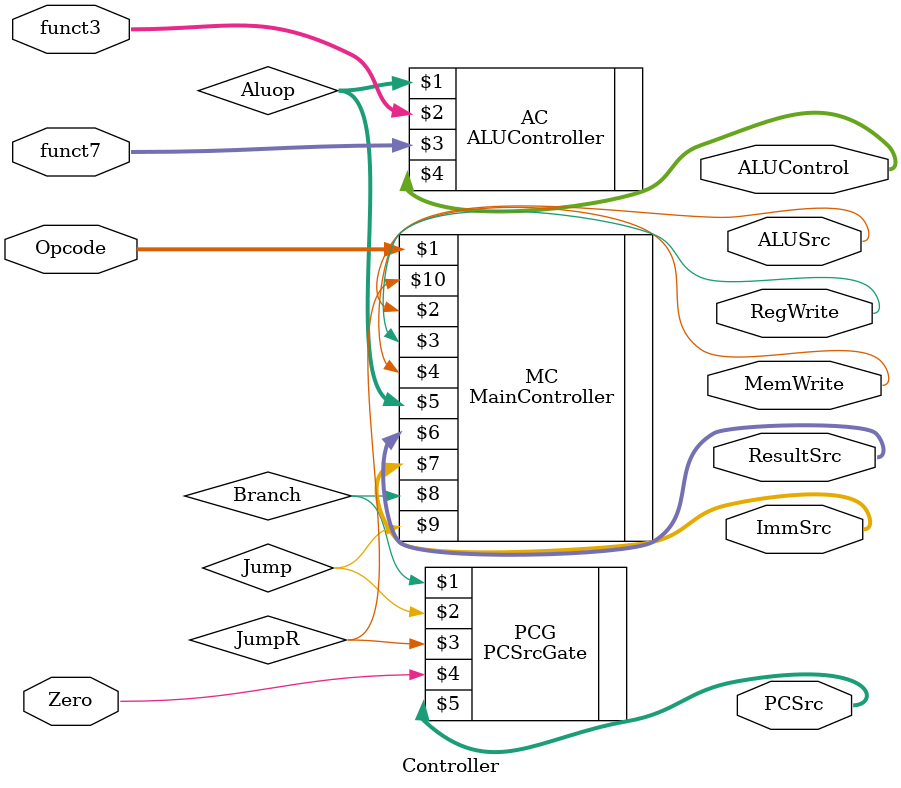
<source format=v>
module Controller(
  input [6:0] Opcode,
  input [2:0] funct3,
  input [6:0] funct7,
  input Zero,
  output ALUSrc,
  output RegWrite,
  output MemWrite,
  output [1:0] ResultSrc,
  output [2:0] ImmSrc,
  output [2:0] ALUControl,
  output [1:0] PCSrc
);

  wire [1:0] Aluop;
  wire Branch, Jump, JumpR;
	
  MainController MC(Opcode, ALUSrc, RegWrite, MemWrite, Aluop, ResultSrc, ImmSrc, Branch, Jump, JumpR);
	
  ALUController AC(Aluop, funct3, funct7, ALUControl);

  PCSrcGate PCG(Branch, Jump, JumpR, Zero, PCSrc);
  
endmodule
</source>
